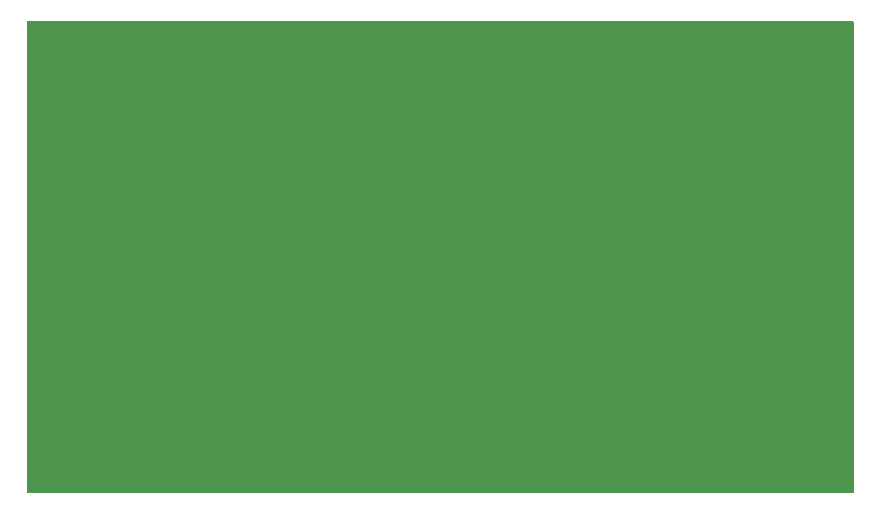
<source format=gbr>
%TF.GenerationSoftware,KiCad,Pcbnew,8.0.1*%
%TF.CreationDate,2024-04-27T21:04:21-04:00*%
%TF.ProjectId,S-Band Amplifier,532d4261-6e64-4204-916d-706c69666965,v1.0*%
%TF.SameCoordinates,Original*%
%TF.FileFunction,Soldermask,Top*%
%TF.FilePolarity,Negative*%
%FSLAX46Y46*%
G04 Gerber Fmt 4.6, Leading zero omitted, Abs format (unit mm)*
G04 Created by KiCad (PCBNEW 8.0.1) date 2024-04-27 21:04:21*
%MOMM*%
%LPD*%
G01*
G04 APERTURE LIST*
G04 Aperture macros list*
%AMRoundRect*
0 Rectangle with rounded corners*
0 $1 Rounding radius*
0 $2 $3 $4 $5 $6 $7 $8 $9 X,Y pos of 4 corners*
0 Add a 4 corners polygon primitive as box body*
4,1,4,$2,$3,$4,$5,$6,$7,$8,$9,$2,$3,0*
0 Add four circle primitives for the rounded corners*
1,1,$1+$1,$2,$3*
1,1,$1+$1,$4,$5*
1,1,$1+$1,$6,$7*
1,1,$1+$1,$8,$9*
0 Add four rect primitives between the rounded corners*
20,1,$1+$1,$2,$3,$4,$5,0*
20,1,$1+$1,$4,$5,$6,$7,0*
20,1,$1+$1,$6,$7,$8,$9,0*
20,1,$1+$1,$8,$9,$2,$3,0*%
G04 Aperture macros list end*
%ADD10RoundRect,0.250000X-0.250000X-0.475000X0.250000X-0.475000X0.250000X0.475000X-0.250000X0.475000X0*%
%ADD11C,5.562600*%
%ADD12RoundRect,0.250000X-0.475000X0.250000X-0.475000X-0.250000X0.475000X-0.250000X0.475000X0.250000X0*%
%ADD13R,3.600000X1.270000*%
%ADD14R,4.200000X1.350000*%
%ADD15RoundRect,0.250000X0.475000X-0.250000X0.475000X0.250000X-0.475000X0.250000X-0.475000X-0.250000X0*%
%ADD16RoundRect,0.250000X0.325000X1.100000X-0.325000X1.100000X-0.325000X-1.100000X0.325000X-1.100000X0*%
%ADD17RoundRect,0.250000X-0.450000X0.262500X-0.450000X-0.262500X0.450000X-0.262500X0.450000X0.262500X0*%
%ADD18RoundRect,0.250000X1.100000X-0.325000X1.100000X0.325000X-1.100000X0.325000X-1.100000X-0.325000X0*%
G04 APERTURE END LIST*
D10*
%TO.C,C4*%
X90550000Y-90000000D03*
X92450000Y-90000000D03*
%TD*%
D11*
%TO.C,H2*%
X55000000Y-105000000D03*
%TD*%
%TO.C,H1*%
X80000000Y-75000000D03*
%TD*%
D12*
%TO.C,C11*%
X98190000Y-79500000D03*
X98190000Y-81400000D03*
%TD*%
D11*
%TO.C,H4*%
X105000000Y-105000000D03*
%TD*%
D13*
%TO.C,J2*%
X45862500Y-90000000D03*
D14*
X46062500Y-87175000D03*
X46062500Y-92825000D03*
%TD*%
D11*
%TO.C,H6*%
X55000000Y-75000000D03*
%TD*%
D15*
%TO.C,C8*%
X65000000Y-79400000D03*
X65000000Y-77500000D03*
%TD*%
D12*
%TO.C,C6*%
X65700000Y-90125000D03*
X65700000Y-92025000D03*
%TD*%
D15*
%TO.C,C5*%
X96000000Y-92150000D03*
X96000000Y-90250000D03*
%TD*%
D16*
%TO.C,C10*%
X90350000Y-73630000D03*
X87400000Y-73630000D03*
%TD*%
D17*
%TO.C,R1*%
X75450000Y-81687500D03*
X75450000Y-83512500D03*
%TD*%
D11*
%TO.C,H3*%
X105000000Y-75000000D03*
%TD*%
D15*
%TO.C,C7*%
X70000000Y-79400000D03*
X70000000Y-77500000D03*
%TD*%
D11*
%TO.C,H5*%
X80000000Y-105000000D03*
%TD*%
D15*
%TO.C,C3*%
X90350000Y-86150000D03*
X90350000Y-84250000D03*
%TD*%
D12*
%TO.C,C2*%
X90325000Y-93850000D03*
X90325000Y-95750000D03*
%TD*%
D18*
%TO.C,C9*%
X62000000Y-79775000D03*
X62000000Y-76825000D03*
%TD*%
D13*
%TO.C,J1*%
X112087500Y-90000000D03*
D14*
X111887500Y-92825000D03*
X111887500Y-87175000D03*
%TD*%
D10*
%TO.C,C1*%
X67550000Y-90000000D03*
X69450000Y-90000000D03*
%TD*%
G36*
X113908039Y-70019685D02*
G01*
X113953794Y-70072489D01*
X113965000Y-70124000D01*
X113965000Y-109876000D01*
X113945315Y-109943039D01*
X113892511Y-109988794D01*
X113841000Y-110000000D01*
X44089000Y-110000000D01*
X44021961Y-109980315D01*
X43976206Y-109927511D01*
X43965000Y-109876000D01*
X43965000Y-70124000D01*
X43984685Y-70056961D01*
X44037489Y-70011206D01*
X44089000Y-70000000D01*
X113841000Y-70000000D01*
X113908039Y-70019685D01*
G37*
M02*

</source>
